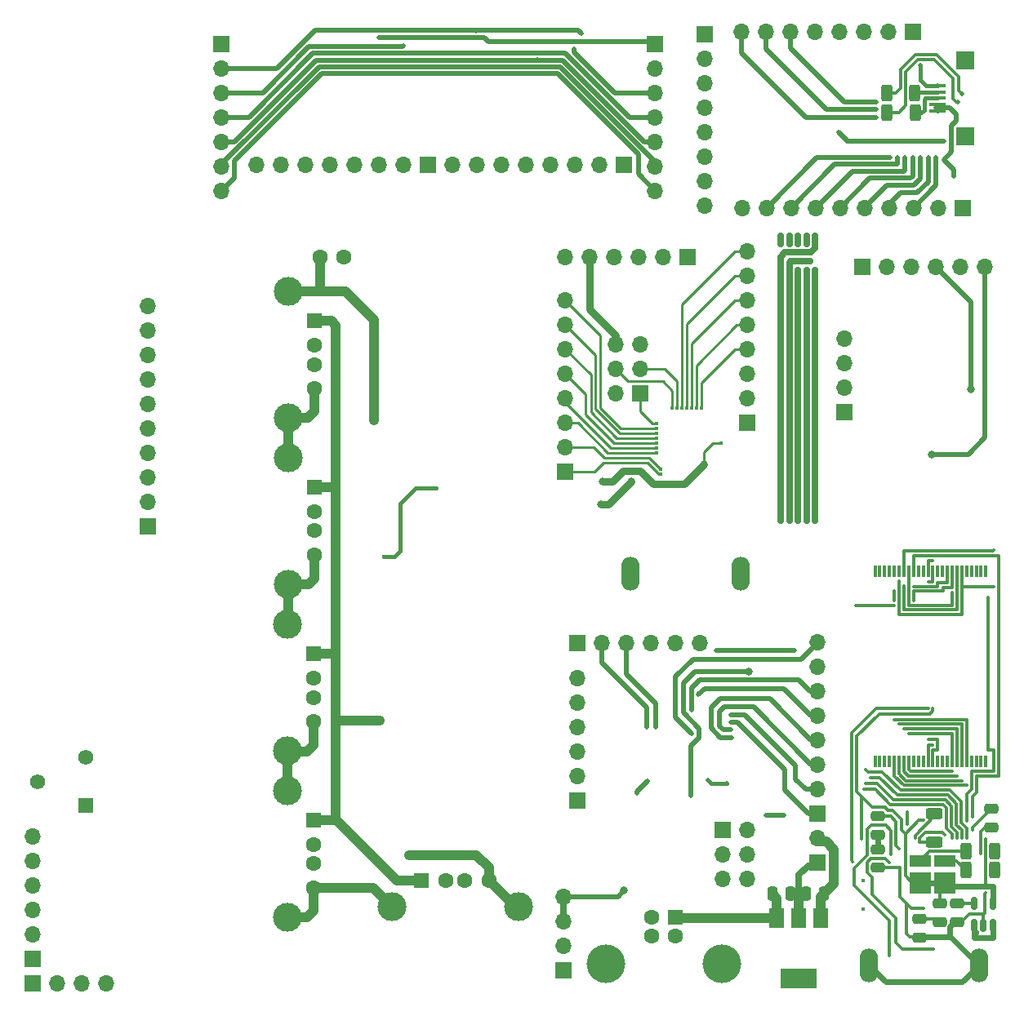
<source format=gbr>
%TF.GenerationSoftware,KiCad,Pcbnew,(6.0.5)*%
%TF.CreationDate,2023-05-31T00:43:37+03:00*%
%TF.ProjectId,JLC1,4a4c4331-2e6b-4696-9361-645f70636258,rev?*%
%TF.SameCoordinates,Original*%
%TF.FileFunction,Copper,L2,Bot*%
%TF.FilePolarity,Positive*%
%FSLAX46Y46*%
G04 Gerber Fmt 4.6, Leading zero omitted, Abs format (unit mm)*
G04 Created by KiCad (PCBNEW (6.0.5)) date 2023-05-31 00:43:37*
%MOMM*%
%LPD*%
G01*
G04 APERTURE LIST*
G04 Aperture macros list*
%AMRoundRect*
0 Rectangle with rounded corners*
0 $1 Rounding radius*
0 $2 $3 $4 $5 $6 $7 $8 $9 X,Y pos of 4 corners*
0 Add a 4 corners polygon primitive as box body*
4,1,4,$2,$3,$4,$5,$6,$7,$8,$9,$2,$3,0*
0 Add four circle primitives for the rounded corners*
1,1,$1+$1,$2,$3*
1,1,$1+$1,$4,$5*
1,1,$1+$1,$6,$7*
1,1,$1+$1,$8,$9*
0 Add four rect primitives between the rounded corners*
20,1,$1+$1,$2,$3,$4,$5,0*
20,1,$1+$1,$4,$5,$6,$7,0*
20,1,$1+$1,$6,$7,$8,$9,0*
20,1,$1+$1,$8,$9,$2,$3,0*%
G04 Aperture macros list end*
%TA.AperFunction,ComponentPad*%
%ADD10R,1.600000X1.600000*%
%TD*%
%TA.AperFunction,ComponentPad*%
%ADD11C,1.600000*%
%TD*%
%TA.AperFunction,ComponentPad*%
%ADD12C,4.000000*%
%TD*%
%TA.AperFunction,ComponentPad*%
%ADD13R,1.700000X1.700000*%
%TD*%
%TA.AperFunction,ComponentPad*%
%ADD14O,1.700000X1.700000*%
%TD*%
%TA.AperFunction,ComponentPad*%
%ADD15R,1.500000X1.600000*%
%TD*%
%TA.AperFunction,ComponentPad*%
%ADD16C,3.000000*%
%TD*%
%TA.AperFunction,ComponentPad*%
%ADD17R,1.600000X1.500000*%
%TD*%
%TA.AperFunction,ComponentPad*%
%ADD18C,0.425000*%
%TD*%
%TA.AperFunction,ComponentPad*%
%ADD19O,1.900000X3.500000*%
%TD*%
%TA.AperFunction,SMDPad,CuDef*%
%ADD20RoundRect,0.175000X0.175000X0.575000X-0.175000X0.575000X-0.175000X-0.575000X0.175000X-0.575000X0*%
%TD*%
%TA.AperFunction,SMDPad,CuDef*%
%ADD21R,2.200000X2.200000*%
%TD*%
%TA.AperFunction,SMDPad,CuDef*%
%ADD22R,2.200000X1.250000*%
%TD*%
%TA.AperFunction,SMDPad,CuDef*%
%ADD23RoundRect,0.250000X0.475000X-0.250000X0.475000X0.250000X-0.475000X0.250000X-0.475000X-0.250000X0*%
%TD*%
%TA.AperFunction,SMDPad,CuDef*%
%ADD24RoundRect,0.250000X0.312500X0.625000X-0.312500X0.625000X-0.312500X-0.625000X0.312500X-0.625000X0*%
%TD*%
%TA.AperFunction,SMDPad,CuDef*%
%ADD25RoundRect,0.150000X0.150000X-0.512500X0.150000X0.512500X-0.150000X0.512500X-0.150000X-0.512500X0*%
%TD*%
%TA.AperFunction,SMDPad,CuDef*%
%ADD26R,1.500000X2.000000*%
%TD*%
%TA.AperFunction,SMDPad,CuDef*%
%ADD27R,3.800000X2.000000*%
%TD*%
%TA.AperFunction,SMDPad,CuDef*%
%ADD28RoundRect,0.250000X-0.250000X-0.475000X0.250000X-0.475000X0.250000X0.475000X-0.250000X0.475000X0*%
%TD*%
%TA.AperFunction,SMDPad,CuDef*%
%ADD29R,0.300000X1.275000*%
%TD*%
%TA.AperFunction,SMDPad,CuDef*%
%ADD30RoundRect,0.250000X-0.312500X-0.625000X0.312500X-0.625000X0.312500X0.625000X-0.312500X0.625000X0*%
%TD*%
%TA.AperFunction,SMDPad,CuDef*%
%ADD31R,1.800000X0.400000*%
%TD*%
%TA.AperFunction,SMDPad,CuDef*%
%ADD32R,1.900000X1.900000*%
%TD*%
%TA.AperFunction,ComponentPad*%
%ADD33R,1.560000X1.560000*%
%TD*%
%TA.AperFunction,ComponentPad*%
%ADD34C,1.560000*%
%TD*%
%TA.AperFunction,SMDPad,CuDef*%
%ADD35RoundRect,0.250000X0.625000X-0.312500X0.625000X0.312500X-0.625000X0.312500X-0.625000X-0.312500X0*%
%TD*%
%TA.AperFunction,ViaPad*%
%ADD36C,0.300000*%
%TD*%
%TA.AperFunction,ViaPad*%
%ADD37C,0.400000*%
%TD*%
%TA.AperFunction,ViaPad*%
%ADD38C,0.500000*%
%TD*%
%TA.AperFunction,ViaPad*%
%ADD39C,0.600000*%
%TD*%
%TA.AperFunction,ViaPad*%
%ADD40C,0.250000*%
%TD*%
%TA.AperFunction,ViaPad*%
%ADD41C,0.800000*%
%TD*%
%TA.AperFunction,ViaPad*%
%ADD42C,0.750000*%
%TD*%
%TA.AperFunction,ViaPad*%
%ADD43C,1.000000*%
%TD*%
%TA.AperFunction,Conductor*%
%ADD44C,0.250000*%
%TD*%
%TA.AperFunction,Conductor*%
%ADD45C,0.300000*%
%TD*%
%TA.AperFunction,Conductor*%
%ADD46C,0.500000*%
%TD*%
%TA.AperFunction,Conductor*%
%ADD47C,0.750000*%
%TD*%
%TA.AperFunction,Conductor*%
%ADD48C,0.400000*%
%TD*%
%TA.AperFunction,Conductor*%
%ADD49C,0.600000*%
%TD*%
%TA.AperFunction,Conductor*%
%ADD50C,1.000000*%
%TD*%
%TA.AperFunction,Conductor*%
%ADD51C,0.700000*%
%TD*%
G04 APERTURE END LIST*
D10*
%TO.P,USB,1*%
%TO.N,N/C*%
X172314500Y-124345000D03*
D11*
%TO.P,USB,2*%
X169814500Y-124345000D03*
%TO.P,USB,3*%
X169814500Y-126345000D03*
%TO.P,USB,4*%
X172314500Y-126345000D03*
D12*
%TO.P,USB,5*%
X177064500Y-129205000D03*
X165064500Y-129205000D03*
%TD*%
D13*
%TO.P,REF\u002A\u002A,1*%
%TO.N,N/C*%
X105660000Y-128670000D03*
D14*
%TO.P,REF\u002A\u002A,2*%
X105660000Y-126130000D03*
%TO.P,REF\u002A\u002A,3*%
X105660000Y-123590000D03*
%TO.P,REF\u002A\u002A,4*%
X105660000Y-121050000D03*
%TO.P,REF\u002A\u002A,5*%
X105660000Y-118510000D03*
%TO.P,REF\u002A\u002A,6*%
X105660000Y-115970000D03*
%TD*%
D13*
%TO.P,REF\u002A\u002A,1*%
%TO.N,N/C*%
X170200000Y-33745600D03*
D14*
%TO.P,REF\u002A\u002A,2*%
X170200000Y-36285600D03*
%TO.P,REF\u002A\u002A,3*%
X170200000Y-38825600D03*
%TO.P,REF\u002A\u002A,4*%
X170200000Y-41365600D03*
%TO.P,REF\u002A\u002A,5*%
X170200000Y-43905600D03*
%TO.P,REF\u002A\u002A,6*%
X170200000Y-46445600D03*
%TO.P,REF\u002A\u002A,7*%
X170200000Y-48985600D03*
%TD*%
D13*
%TO.P,REF\u002A\u002A,1*%
%TO.N,N/C*%
X173545000Y-55845000D03*
D14*
%TO.P,REF\u002A\u002A,2*%
X171005000Y-55845000D03*
%TO.P,REF\u002A\u002A,3*%
X168465000Y-55845000D03*
%TO.P,REF\u002A\u002A,4*%
X165925000Y-55845000D03*
%TO.P,REF\u002A\u002A,5*%
X163385000Y-55845000D03*
%TO.P,REF\u002A\u002A,6*%
X160845000Y-55845000D03*
%TD*%
D13*
%TO.P,REF\u002A\u002A,1*%
%TO.N,N/C*%
X146665872Y-46332500D03*
D14*
%TO.P,REF\u002A\u002A,2*%
X144125872Y-46332500D03*
%TO.P,REF\u002A\u002A,3*%
X141585872Y-46332500D03*
%TO.P,REF\u002A\u002A,4*%
X139045872Y-46332500D03*
%TO.P,REF\u002A\u002A,5*%
X136505872Y-46332500D03*
%TO.P,REF\u002A\u002A,6*%
X133965872Y-46332500D03*
%TO.P,REF\u002A\u002A,7*%
X131425872Y-46332500D03*
%TO.P,REF\u002A\u002A,8*%
X128885872Y-46332500D03*
%TD*%
D11*
%TO.P,22pF,1*%
%TO.N,gnd*%
X135445000Y-55895000D03*
%TO.P,22pF,2*%
%TO.N,5v*%
X137945000Y-55895000D03*
%TD*%
D15*
%TO.P,USB1,1*%
%TO.N,5v*%
X134780000Y-114290000D03*
D11*
%TO.P,USB1,2*%
%TO.N,N/C*%
X134780000Y-116790000D03*
%TO.P,USB1,3*%
X134780000Y-118790000D03*
%TO.P,USB1,4*%
%TO.N,gnd*%
X134780000Y-121290000D03*
D16*
%TO.P,USB1,5*%
X132070000Y-111220000D03*
X132070000Y-124360000D03*
%TD*%
D13*
%TO.P,REF\u002A\u002A,1*%
%TO.N,N/C*%
X187014500Y-113595000D03*
D14*
%TO.P,REF\u002A\u002A,2*%
X187014500Y-111055000D03*
%TO.P,REF\u002A\u002A,3*%
X187014500Y-108515000D03*
%TO.P,REF\u002A\u002A,4*%
X187014500Y-105975000D03*
%TO.P,REF\u002A\u002A,5*%
X187014500Y-103435000D03*
%TO.P,REF\u002A\u002A,6*%
X187014500Y-100895000D03*
%TO.P,REF\u002A\u002A,7*%
X187014500Y-98355000D03*
%TO.P,REF\u002A\u002A,8*%
X187014500Y-95815000D03*
%TD*%
D13*
%TO.P,REF\u002A\u002A,1*%
%TO.N,N/C*%
X179720000Y-73060000D03*
D14*
%TO.P,REF\u002A\u002A,2*%
X179720000Y-70520000D03*
%TO.P,REF\u002A\u002A,3*%
X179720000Y-67980000D03*
%TO.P,REF\u002A\u002A,4*%
X179720000Y-65440000D03*
%TO.P,REF\u002A\u002A,5*%
X179720000Y-62900000D03*
%TO.P,REF\u002A\u002A,6*%
X179720000Y-60360000D03*
%TO.P,REF\u002A\u002A,7*%
X179720000Y-57820000D03*
%TO.P,REF\u002A\u002A,8*%
X179720000Y-55280000D03*
%TD*%
D13*
%TO.P,REF\u002A\u002A,1*%
%TO.N,N/C*%
X189795000Y-71953750D03*
D14*
%TO.P,REF\u002A\u002A,2*%
X189795000Y-69413750D03*
%TO.P,REF\u002A\u002A,3*%
X189795000Y-66873750D03*
%TO.P,REF\u002A\u002A,4*%
X189795000Y-64333750D03*
%TD*%
D13*
%TO.P,REF\u002A\u002A,1*%
%TO.N,N/C*%
X162135000Y-112276400D03*
D14*
%TO.P,REF\u002A\u002A,2*%
X162135000Y-109736400D03*
%TO.P,REF\u002A\u002A,3*%
X162135000Y-107196400D03*
%TO.P,REF\u002A\u002A,4*%
X162135000Y-104656400D03*
%TO.P,REF\u002A\u002A,5*%
X162135000Y-102116400D03*
%TO.P,REF\u002A\u002A,6*%
X162135000Y-99576400D03*
%TD*%
D13*
%TO.P,REF\u002A\u002A,1*%
%TO.N,N/C*%
X177160000Y-115264000D03*
D14*
%TO.P,REF\u002A\u002A,2*%
X179700000Y-115264000D03*
%TO.P,REF\u002A\u002A,3*%
X177160000Y-117804000D03*
%TO.P,REF\u002A\u002A,4*%
X179700000Y-117804000D03*
%TO.P,REF\u002A\u002A,5*%
X177160000Y-120344000D03*
%TO.P,REF\u002A\u002A,6*%
X179700000Y-120344000D03*
%TD*%
D13*
%TO.P,REF\u002A\u002A,1*%
%TO.N,N/C*%
X105640000Y-131240000D03*
D14*
%TO.P,REF\u002A\u002A,2*%
X108180000Y-131240000D03*
%TO.P,REF\u002A\u002A,3*%
X110720000Y-131240000D03*
%TO.P,REF\u002A\u002A,4*%
X113260000Y-131240000D03*
%TD*%
D15*
%TO.P,USB2,1*%
%TO.N,5v*%
X134805000Y-97040000D03*
D11*
%TO.P,USB2,2*%
%TO.N,N/C*%
X134805000Y-99540000D03*
%TO.P,USB2,3*%
X134805000Y-101540000D03*
%TO.P,USB2,4*%
%TO.N,gnd*%
X134805000Y-104040000D03*
D16*
%TO.P,USB2,5*%
X132095000Y-93970000D03*
X132095000Y-107110000D03*
%TD*%
D13*
%TO.P,REF\u002A\u002A,1*%
%TO.N,N/C*%
X166965872Y-46332500D03*
D14*
%TO.P,REF\u002A\u002A,2*%
X164425872Y-46332500D03*
%TO.P,REF\u002A\u002A,3*%
X161885872Y-46332500D03*
%TO.P,REF\u002A\u002A,4*%
X159345872Y-46332500D03*
%TO.P,REF\u002A\u002A,5*%
X156805872Y-46332500D03*
%TO.P,REF\u002A\u002A,6*%
X154265872Y-46332500D03*
%TO.P,REF\u002A\u002A,7*%
X151725872Y-46332500D03*
%TO.P,REF\u002A\u002A,8*%
X149185872Y-46332500D03*
%TD*%
D13*
%TO.P,REF\u002A\u002A,1*%
%TO.N,N/C*%
X162089500Y-95870000D03*
D14*
%TO.P,REF\u002A\u002A,2*%
X164629500Y-95870000D03*
%TO.P,REF\u002A\u002A,3*%
X167169500Y-95870000D03*
%TO.P,REF\u002A\u002A,4*%
X169709500Y-95870000D03*
%TO.P,REF\u002A\u002A,5*%
X172249500Y-95870000D03*
%TO.P,REF\u002A\u002A,6*%
X174789500Y-95870000D03*
%TD*%
D17*
%TO.P,USB_0,1*%
%TO.N,5v*%
X145970000Y-120560000D03*
D11*
%TO.P,USB_0,2*%
%TO.N,N/C*%
X148470000Y-120560000D03*
%TO.P,USB_0,3*%
X150470000Y-120560000D03*
%TO.P,USB_0,4*%
%TO.N,gnd*%
X152970000Y-120560000D03*
D16*
%TO.P,USB_0,5*%
X142900000Y-123270000D03*
X156040000Y-123270000D03*
%TD*%
D18*
%TO.P,SW1,MH1*%
%TO.N,N/C*%
X191735000Y-120525000D03*
%TO.P,SW1,MH2*%
X191735000Y-123525000D03*
%TD*%
D13*
%TO.P,REF\u002A\u002A,1*%
%TO.N,N/C*%
X160870000Y-78145000D03*
D14*
%TO.P,REF\u002A\u002A,2*%
X160870000Y-75605000D03*
%TO.P,REF\u002A\u002A,3*%
X160870000Y-73065000D03*
%TO.P,REF\u002A\u002A,4*%
X160870000Y-70525000D03*
%TO.P,REF\u002A\u002A,5*%
X160870000Y-67985000D03*
%TO.P,REF\u002A\u002A,6*%
X160870000Y-65445000D03*
%TO.P,REF\u002A\u002A,7*%
X160870000Y-62905000D03*
%TO.P,REF\u002A\u002A,8*%
X160870000Y-60365000D03*
%TD*%
D13*
%TO.P,REF\u002A\u002A,1*%
%TO.N,N/C*%
X125220000Y-33732500D03*
D14*
%TO.P,REF\u002A\u002A,2*%
X125220000Y-36272500D03*
%TO.P,REF\u002A\u002A,3*%
X125220000Y-38812500D03*
%TO.P,REF\u002A\u002A,4*%
X125220000Y-41352500D03*
%TO.P,REF\u002A\u002A,5*%
X125220000Y-43892500D03*
%TO.P,REF\u002A\u002A,6*%
X125220000Y-46432500D03*
%TO.P,REF\u002A\u002A,7*%
X125220000Y-48972500D03*
%TD*%
D13*
%TO.P,REF\u002A\u002A,1*%
%TO.N,N/C*%
X160664500Y-129830000D03*
D14*
%TO.P,REF\u002A\u002A,2*%
X160664500Y-127290000D03*
%TO.P,REF\u002A\u002A,3*%
X160664500Y-124750000D03*
%TO.P,REF\u002A\u002A,4*%
X160664500Y-122210000D03*
%TD*%
D13*
%TO.P,-BAT+,1*%
%TO.N,N/C*%
X187014500Y-118695000D03*
D14*
%TO.P,-BAT+,2*%
X187014500Y-116155000D03*
%TD*%
D13*
%TO.P,REF\u002A\u002A,1*%
%TO.N,N/C*%
X202070000Y-50745000D03*
D14*
%TO.P,REF\u002A\u002A,2*%
X199530000Y-50745000D03*
%TO.P,REF\u002A\u002A,3*%
X196990000Y-50745000D03*
%TO.P,REF\u002A\u002A,4*%
X194450000Y-50745000D03*
%TO.P,REF\u002A\u002A,5*%
X191910000Y-50745000D03*
%TO.P,REF\u002A\u002A,6*%
X189370000Y-50745000D03*
%TO.P,REF\u002A\u002A,7*%
X186830000Y-50745000D03*
%TO.P,REF\u002A\u002A,8*%
X184290000Y-50745000D03*
%TO.P,REF\u002A\u002A,9*%
X181750000Y-50745000D03*
%TO.P,REF\u002A\u002A,10*%
%TO.N,gnd*%
X179210000Y-50745000D03*
%TD*%
D19*
%TO.P,J1,5,Shield*%
%TO.N,N/C*%
X192335000Y-129325000D03*
X203735000Y-129325000D03*
%TD*%
%TO.P,USB_0,5*%
%TO.N,N/C*%
X179020000Y-88688750D03*
X167620000Y-88688750D03*
%TD*%
D13*
%TO.P,REF\u002A\u002A,1*%
%TO.N,N/C*%
X191680000Y-56876250D03*
D14*
%TO.P,REF\u002A\u002A,2*%
X194220000Y-56876250D03*
%TO.P,REF\u002A\u002A,3*%
X196760000Y-56876250D03*
%TO.P,REF\u002A\u002A,4*%
X199300000Y-56876250D03*
%TO.P,REF\u002A\u002A,5*%
%TO.N,gnd*%
X201840000Y-56876250D03*
%TO.P,REF\u002A\u002A,6*%
X204380000Y-56876250D03*
%TD*%
D13*
%TO.P,REF\u002A\u002A,1*%
%TO.N,5v*%
X175345000Y-32720000D03*
D14*
%TO.P,REF\u002A\u002A,2*%
X175345000Y-35260000D03*
%TO.P,REF\u002A\u002A,3*%
X175345000Y-37800000D03*
%TO.P,REF\u002A\u002A,4*%
%TO.N,N/C*%
X175345000Y-40340000D03*
%TO.P,REF\u002A\u002A,5*%
X175345000Y-42880000D03*
%TO.P,REF\u002A\u002A,6*%
X175345000Y-45420000D03*
%TO.P,REF\u002A\u002A,7*%
X175345000Y-47960000D03*
%TO.P,REF\u002A\u002A,8*%
%TO.N,gnd*%
X175345000Y-50500000D03*
%TD*%
D15*
%TO.P,USB3,1*%
%TO.N,5v*%
X134830000Y-79745000D03*
D11*
%TO.P,USB3,2*%
%TO.N,N/C*%
X134830000Y-82245000D03*
%TO.P,USB3,3*%
X134830000Y-84245000D03*
%TO.P,USB3,4*%
%TO.N,gnd*%
X134830000Y-86745000D03*
D16*
%TO.P,USB3,5*%
X132120000Y-89815000D03*
X132120000Y-76675000D03*
%TD*%
D13*
%TO.P,REF\u002A\u002A,1*%
%TO.N,N/C*%
X168620000Y-70020000D03*
D14*
%TO.P,REF\u002A\u002A,2*%
X166080000Y-70020000D03*
%TO.P,REF\u002A\u002A,3*%
X168620000Y-67480000D03*
%TO.P,REF\u002A\u002A,4*%
X166080000Y-67480000D03*
%TO.P,REF\u002A\u002A,5*%
X168620000Y-64940000D03*
%TO.P,REF\u002A\u002A,6*%
X166080000Y-64940000D03*
%TD*%
D13*
%TO.P,REF\u002A\u002A,1*%
%TO.N,N/C*%
X196885000Y-32520000D03*
D14*
%TO.P,REF\u002A\u002A,2*%
X194345000Y-32520000D03*
%TO.P,REF\u002A\u002A,3*%
X191805000Y-32520000D03*
%TO.P,REF\u002A\u002A,4*%
X189265000Y-32520000D03*
%TO.P,REF\u002A\u002A,5*%
X186725000Y-32520000D03*
%TO.P,REF\u002A\u002A,6*%
X184185000Y-32520000D03*
%TO.P,REF\u002A\u002A,7*%
X181645000Y-32520000D03*
%TO.P,REF\u002A\u002A,8*%
X179105000Y-32520000D03*
%TD*%
D15*
%TO.P,USB4,1*%
%TO.N,5v*%
X134855000Y-62495000D03*
D11*
%TO.P,USB4,2*%
%TO.N,N/C*%
X134855000Y-64995000D03*
%TO.P,USB4,3*%
X134855000Y-66995000D03*
%TO.P,USB4,4*%
%TO.N,gnd*%
X134855000Y-69495000D03*
D16*
%TO.P,USB4,5*%
X132145000Y-59425000D03*
X132145000Y-72565000D03*
%TD*%
D20*
%TO.P,,1*%
%TO.N,N/C*%
X184995000Y-54070000D03*
%TD*%
%TO.P,,1*%
%TO.N,N/C*%
X186795000Y-82745000D03*
%TD*%
D21*
%TO.P,D2,1,K*%
%TO.N,N/C*%
X197645000Y-120765000D03*
D22*
%TO.P,D2,2,A*%
X197645000Y-118490000D03*
%TD*%
D23*
%TO.P,C12,1*%
%TO.N,N/C*%
X199670000Y-124855000D03*
%TO.P,C12,2*%
X199670000Y-122955000D03*
%TD*%
D20*
%TO.P,,1*%
%TO.N,N/C*%
X184095000Y-82745000D03*
%TD*%
D23*
%TO.P,C10,1*%
%TO.N,N/C*%
X193315000Y-119215000D03*
%TO.P,C10,2*%
X193315000Y-117315000D03*
%TD*%
D24*
%TO.P,R1,1*%
%TO.N,N/C*%
X205347500Y-117500000D03*
%TO.P,R1,2*%
X202422500Y-117500000D03*
%TD*%
D20*
%TO.P,,1*%
%TO.N,N/C*%
X183195000Y-82745000D03*
%TD*%
D25*
%TO.P,U1,1,VIN*%
%TO.N,N/C*%
X205185000Y-125175000D03*
%TO.P,U1,2,GND*%
X204235000Y-125175000D03*
%TO.P,U1,3,INH*%
X203285000Y-125175000D03*
%TO.P,U1,4,BYP*%
X203285000Y-122900000D03*
%TO.P,U1,5,VOUT*%
X205185000Y-122900000D03*
%TD*%
D23*
%TO.P,C3,1*%
%TO.N,N/C*%
X197632500Y-126437500D03*
%TO.P,C3,2*%
X197632500Y-124537500D03*
%TD*%
D26*
%TO.P,78L05,1*%
%TO.N,N/C*%
X182789500Y-124405000D03*
%TO.P,78L05,2*%
X185089500Y-124405000D03*
%TO.P,78L05,3*%
X187389500Y-124405000D03*
D27*
%TO.P,78L05,4*%
X185089500Y-130705000D03*
%TD*%
D28*
%TO.P,100uF,1*%
%TO.N,N/C*%
X185814500Y-121905000D03*
%TO.P,100uF,2*%
X187714500Y-121905000D03*
%TD*%
D29*
%TO.P,m2,1,N.C_1*%
%TO.N,N/C*%
X192985000Y-88475000D03*
%TO.P,m2,2,N.C_2*%
X193485000Y-88475000D03*
%TO.P,m2,3,N.C_3*%
X193985000Y-88475000D03*
%TO.P,m2,4,N.C_4*%
X194485000Y-88475000D03*
%TO.P,m2,5,N.C_5*%
X194985000Y-88475000D03*
%TO.P,m2,6,N.C_6*%
X195485000Y-88475000D03*
%TO.P,m2,7,R/~{B}*%
X195985000Y-88475000D03*
%TO.P,m2,8,~{RE}*%
X196485000Y-88475000D03*
%TO.P,m2,9,~{CE}*%
X196985000Y-88475000D03*
%TO.P,m2,10,N.C_7*%
X197485000Y-88475000D03*
%TO.P,m2,11,N.C_8*%
X197985000Y-88475000D03*
%TO.P,m2,12,VCC_1*%
X198485000Y-88475000D03*
%TO.P,m2,13,VSS_1*%
X198985000Y-88475000D03*
%TO.P,m2,14,N.C_9*%
X199485000Y-88475000D03*
%TO.P,m2,15,N.C_10*%
X199985000Y-88475000D03*
%TO.P,m2,16,CLE*%
X200485000Y-88475000D03*
%TO.P,m2,17,ALE*%
X200985000Y-88475000D03*
%TO.P,m2,18,~{WE}*%
X201485000Y-88475000D03*
%TO.P,m2,19,~{WP}*%
X201985000Y-88475000D03*
%TO.P,m2,20,N.C_11*%
X202485000Y-88475000D03*
%TO.P,m2,21,N.C_12*%
X202985000Y-88475000D03*
%TO.P,m2,22,N.C_13*%
X203485000Y-88475000D03*
%TO.P,m2,23,N.C_14*%
X203985000Y-88475000D03*
%TO.P,m2,24,N.C_15*%
X204485000Y-88475000D03*
%TO.P,m2,25,N.C_16*%
X204485000Y-108151000D03*
%TO.P,m2,26,N.C_17*%
X203985000Y-108151000D03*
%TO.P,m2,27,N.C_18*%
X203485000Y-108151000D03*
%TO.P,m2,28,N.C_19*%
X202985000Y-108151000D03*
%TO.P,m2,29,I/O0*%
X202485000Y-108151000D03*
%TO.P,m2,30,I/O1*%
X201985000Y-108151000D03*
%TO.P,m2,31,I/O2*%
X201485000Y-108151000D03*
%TO.P,m2,32,I/O3*%
X200985000Y-108151000D03*
%TO.P,m2,33,N.C_20*%
X200485000Y-108151000D03*
%TO.P,m2,34,N.C_21*%
X199985000Y-108151000D03*
%TO.P,m2,35,N.C_22*%
X199485000Y-108151000D03*
%TO.P,m2,36,VSS_2*%
X198985000Y-108151000D03*
%TO.P,m2,37,VCC_2*%
X198485000Y-108151000D03*
%TO.P,m2,38,N.C_23*%
X197985000Y-108151000D03*
%TO.P,m2,39,N.C_24*%
X197485000Y-108151000D03*
%TO.P,m2,40,N.C_25*%
X196985000Y-108151000D03*
%TO.P,m2,41,I/O4*%
X196485000Y-108151000D03*
%TO.P,m2,42,I/O5*%
X195985000Y-108151000D03*
%TO.P,m2,43,I/O6*%
X195485000Y-108151000D03*
%TO.P,m2,44,I/O7*%
X194985000Y-108151000D03*
%TO.P,m2,45,N.C_26*%
X194485000Y-108151000D03*
%TO.P,m2,46,N.C_27*%
X193985000Y-108151000D03*
%TO.P,m2,47,N.C_28*%
X193485000Y-108151000D03*
%TO.P,m2,48,N.C_29*%
X192985000Y-108151000D03*
%TD*%
D28*
%TO.P,100uF,1*%
%TO.N,N/C*%
X182314500Y-121905000D03*
%TO.P,100uF,2*%
X184214500Y-121905000D03*
%TD*%
D20*
%TO.P,,1*%
%TO.N,N/C*%
X184995000Y-82745000D03*
%TD*%
D30*
%TO.P,22R,1*%
%TO.N,N/C*%
X194207500Y-40870000D03*
%TO.P,22R,2*%
X197132500Y-40870000D03*
%TD*%
D24*
%TO.P,R2,1*%
%TO.N,N/C*%
X205347500Y-119475000D03*
%TO.P,R2,2*%
X202422500Y-119475000D03*
%TD*%
D20*
%TO.P,,1*%
%TO.N,N/C*%
X185895000Y-82745000D03*
%TD*%
D31*
%TO.P,REF\u002A\u002A,1*%
%TO.N,5v*%
X199470000Y-38070000D03*
%TO.P,REF\u002A\u002A,2*%
%TO.N,N/C*%
X199470000Y-38720000D03*
%TO.P,REF\u002A\u002A,3*%
X199470000Y-39370000D03*
%TO.P,REF\u002A\u002A,4*%
%TO.N,gnd*%
X199470000Y-40020000D03*
%TO.P,REF\u002A\u002A,5*%
X199470000Y-40670000D03*
D32*
%TO.P,REF\u002A\u002A,6*%
%TO.N,N/C*%
X202370000Y-35420000D03*
X202370000Y-43320000D03*
%TD*%
D13*
%TO.P,REF\u002A\u002A,1*%
%TO.N,gnd*%
X117620000Y-83770000D03*
D14*
%TO.P,REF\u002A\u002A,2*%
%TO.N,5v*%
X117620000Y-81230000D03*
%TO.P,REF\u002A\u002A,3*%
%TO.N,N/C*%
X117620000Y-78690000D03*
%TO.P,REF\u002A\u002A,4*%
X117620000Y-76150000D03*
%TO.P,REF\u002A\u002A,5*%
X117620000Y-73610000D03*
%TO.P,REF\u002A\u002A,6*%
X117620000Y-71070000D03*
%TO.P,REF\u002A\u002A,7*%
X117620000Y-68530000D03*
%TO.P,REF\u002A\u002A,8*%
X117620000Y-65990000D03*
%TO.P,REF\u002A\u002A,9*%
X117620000Y-63450000D03*
%TO.P,REF\u002A\u002A,10*%
X117620000Y-60910000D03*
%TD*%
D23*
%TO.P,C9,1*%
%TO.N,N/C*%
X193315000Y-115765000D03*
%TO.P,C9,2*%
X193315000Y-113865000D03*
%TD*%
D20*
%TO.P,,1*%
%TO.N,N/C*%
X183195000Y-54070000D03*
%TD*%
%TO.P,,1*%
%TO.N,N/C*%
X186795000Y-54070000D03*
%TD*%
D23*
%TO.P,C14,1*%
%TO.N,N/C*%
X205025000Y-115025000D03*
%TO.P,C14,2*%
X205025000Y-113125000D03*
%TD*%
D33*
%TO.P,1K,1*%
%TO.N,N/C*%
X111185000Y-112770000D03*
D34*
%TO.P,1K,2*%
X106185000Y-110270000D03*
%TO.P,1K,3*%
%TO.N,5v*%
X111185000Y-107770000D03*
%TD*%
D20*
%TO.P,,1*%
%TO.N,N/C*%
X185895000Y-54070000D03*
%TD*%
D23*
%TO.P,C11,1*%
%TO.N,N/C*%
X201462500Y-124857500D03*
%TO.P,C11,2*%
X201462500Y-122957500D03*
%TD*%
D30*
%TO.P,22R,1*%
%TO.N,N/C*%
X194182500Y-38870000D03*
%TO.P,22R,2*%
X197107500Y-38870000D03*
%TD*%
D35*
%TO.P,R4,1*%
%TO.N,N/C*%
X199105000Y-116547500D03*
%TO.P,R4,2*%
X199105000Y-113622500D03*
%TD*%
D20*
%TO.P,,1*%
%TO.N,N/C*%
X184095000Y-54070000D03*
%TD*%
D21*
%TO.P,D1,1,K*%
%TO.N,N/C*%
X200260000Y-120775000D03*
D22*
%TO.P,D1,2,A*%
X200260000Y-118500000D03*
%TD*%
D36*
%TO.N,*%
X205285000Y-90025000D03*
D37*
X170295000Y-76145683D03*
D36*
X202535000Y-116175000D03*
X195485000Y-104325000D03*
X192485000Y-109845000D03*
D37*
X170745000Y-78395000D03*
D36*
X204365000Y-123385000D03*
D38*
X195320000Y-45520000D03*
D36*
X203135000Y-113975000D03*
X199045000Y-127625000D03*
D38*
X201970000Y-38945000D03*
X145325000Y-34720600D03*
X198495000Y-45520000D03*
X173939500Y-102845000D03*
X193070000Y-40545000D03*
D36*
X202485000Y-110675000D03*
D39*
X186820000Y-81395000D03*
D38*
X173914500Y-111770000D03*
D39*
X183195000Y-76770000D03*
X186795000Y-57245000D03*
X186220000Y-56320000D03*
D37*
X173970000Y-71545000D03*
X172470000Y-71545000D03*
D38*
X144100000Y-33895600D03*
D37*
X170292888Y-74645000D03*
D40*
X195455000Y-117215000D03*
D36*
X197985000Y-123425000D03*
D41*
X166935000Y-121589000D03*
D38*
X146600000Y-35420600D03*
D36*
X204475000Y-121805000D03*
X197135000Y-116185000D03*
D37*
X171970000Y-71545000D03*
D38*
X176529500Y-96655000D03*
D36*
X195985000Y-89975000D03*
X196355000Y-114713000D03*
X205485000Y-118095000D03*
D38*
X157932500Y-35378100D03*
D36*
X192005000Y-110475000D03*
D41*
X185089500Y-122055000D03*
D36*
X191585000Y-116235000D03*
X195985000Y-104825000D03*
D37*
X185745000Y-75645000D03*
D41*
X202920000Y-69551250D03*
D36*
X201985000Y-110175000D03*
X200985000Y-116175000D03*
X195485000Y-89475000D03*
X191985000Y-109025000D03*
X194985000Y-91475000D03*
X203095000Y-115305000D03*
D38*
X160050000Y-36820600D03*
X201545000Y-39745000D03*
X193070000Y-39770000D03*
X199295000Y-45520000D03*
X178064500Y-104120000D03*
D37*
X172970000Y-71545000D03*
D36*
X205485000Y-118825000D03*
D38*
X178064500Y-104920000D03*
D36*
X194665000Y-117865000D03*
D38*
X181639500Y-113805000D03*
D36*
X202473000Y-114363000D03*
X200985000Y-109175000D03*
D41*
X164783750Y-79143750D03*
D36*
X194635000Y-113875000D03*
D37*
X170292888Y-74145000D03*
D36*
X196285000Y-113425000D03*
D39*
X184995000Y-68720000D03*
D36*
X198985000Y-106475000D03*
D39*
X184070000Y-63145000D03*
D37*
X174470000Y-71545000D03*
D36*
X200245000Y-115815000D03*
D38*
X141550000Y-33120600D03*
D37*
X174970000Y-71545000D03*
D36*
X198485000Y-102665000D03*
X197985000Y-114305000D03*
D39*
X183170000Y-71445000D03*
D38*
X178064500Y-103320000D03*
D36*
X201485000Y-116175000D03*
X196985000Y-91475000D03*
D38*
X147900000Y-36120600D03*
D39*
X185895000Y-57220000D03*
D36*
X190685000Y-118575000D03*
D39*
X183170000Y-65945000D03*
D36*
X194985000Y-103825000D03*
X196985000Y-90025000D03*
D38*
X149150000Y-36820600D03*
X184664500Y-96655000D03*
X169389500Y-110245000D03*
D41*
X164570000Y-81480000D03*
D36*
X197635000Y-116535000D03*
D38*
X183514500Y-113805000D03*
D41*
X179864500Y-98870000D03*
D36*
X198985000Y-87375000D03*
D38*
X152850000Y-33470600D03*
D36*
X204685000Y-91125000D03*
D41*
X167733750Y-79118750D03*
D39*
X183170000Y-60470000D03*
D41*
X141645000Y-103945000D03*
D36*
X198985000Y-102675000D03*
D38*
X168335000Y-111514000D03*
D37*
X170292888Y-75145000D03*
D38*
X156650000Y-34720600D03*
X170239500Y-104595000D03*
D36*
X198485000Y-105925000D03*
D38*
X174689500Y-101245000D03*
D36*
X190985000Y-91975000D03*
D38*
X178089500Y-105720000D03*
D37*
X147495000Y-79845000D03*
D39*
X184995000Y-57195000D03*
D38*
X197720000Y-45520000D03*
X196895000Y-45520000D03*
D37*
X170292888Y-73645000D03*
X170770000Y-77895000D03*
D38*
X161750000Y-34245600D03*
X159225000Y-36120600D03*
X162575000Y-32695600D03*
D36*
X203925000Y-117713000D03*
D37*
X177020000Y-75145000D03*
D36*
X201485000Y-109675000D03*
D37*
X170292888Y-75670000D03*
D40*
X204455000Y-116215000D03*
D36*
X194985000Y-90475000D03*
X196485000Y-91975000D03*
D37*
X170292888Y-73145000D03*
X142070000Y-86895000D03*
D40*
X196125000Y-117715000D03*
D39*
X203485000Y-125950000D03*
D36*
X194495000Y-128365000D03*
D38*
X194520000Y-45545000D03*
X177589500Y-110495000D03*
X173964500Y-105295000D03*
D36*
X201985000Y-116175000D03*
X198485000Y-89525000D03*
X191855000Y-111085000D03*
X196485000Y-105325000D03*
X194975000Y-91975000D03*
X205285000Y-86225000D03*
D42*
X175220000Y-77345000D03*
D38*
X169314500Y-104595000D03*
D36*
X194495000Y-118705000D03*
X200985000Y-90625000D03*
D38*
X151650000Y-32370600D03*
X193070000Y-41370000D03*
X196095000Y-45520000D03*
D37*
X173470000Y-71545000D03*
D38*
X175664500Y-110145000D03*
D36*
X195560000Y-119213000D03*
D38*
%TO.N,gnd*%
X201120000Y-47495000D03*
X189220000Y-42920000D03*
X200095000Y-45770000D03*
D43*
X144645000Y-117895000D03*
D41*
X141045000Y-72782500D03*
X198895000Y-76326250D03*
X199470000Y-40345000D03*
D38*
X200095000Y-43870000D03*
%TO.N,5v*%
X197695000Y-35995000D03*
X199495000Y-38070000D03*
%TD*%
D44*
%TO.N,*%
X165620000Y-75645000D02*
X160870000Y-70895000D01*
D45*
X200910000Y-114970000D02*
X201485000Y-115545000D01*
D46*
X156650000Y-34720600D02*
X145325000Y-34720600D01*
D45*
X204455000Y-116215000D02*
X204435000Y-116235000D01*
X192555000Y-118255000D02*
X192165000Y-118645000D01*
X191855000Y-111085000D02*
X192995000Y-111085000D01*
X196665000Y-109175000D02*
X200985000Y-109175000D01*
X202422500Y-117500000D02*
X198635000Y-117500000D01*
X201985000Y-104325000D02*
X201985000Y-108151000D01*
D46*
X169314500Y-102595000D02*
X164639500Y-97920000D01*
D47*
X164783750Y-79143750D02*
X165731250Y-79143750D01*
D45*
X203095000Y-115305000D02*
X203095000Y-115055000D01*
D46*
X193070000Y-40545000D02*
X187945000Y-40545000D01*
D45*
X204475000Y-121805000D02*
X204365000Y-121915000D01*
D46*
X176889500Y-102995000D02*
X177364500Y-102520000D01*
D45*
X203135000Y-113975000D02*
X203135000Y-111785000D01*
D46*
X169314500Y-104595000D02*
X169314500Y-102595000D01*
X172314500Y-103645000D02*
X172314500Y-99420000D01*
X182059500Y-101670000D02*
X186364500Y-105975000D01*
X195270000Y-46245000D02*
X188790000Y-46245000D01*
D45*
X193720000Y-109260000D02*
X195635000Y-111175000D01*
X192565000Y-114825000D02*
X192155000Y-115235000D01*
X196125000Y-115705000D02*
X196125000Y-117715000D01*
X195285000Y-111675000D02*
X200535000Y-111675000D01*
X194905000Y-112175000D02*
X200285000Y-112175000D01*
D47*
X166820000Y-78055000D02*
X168670000Y-78055000D01*
D44*
X172970000Y-71545000D02*
X172970000Y-60795000D01*
D48*
X175664500Y-110145000D02*
X176014500Y-110495000D01*
D49*
X204250000Y-121100000D02*
X200585000Y-121100000D01*
D46*
X160050000Y-36820600D02*
X149150000Y-36820600D01*
D45*
X195485000Y-104325000D02*
X201985000Y-104325000D01*
D44*
X176170000Y-75145000D02*
X175220000Y-76095000D01*
X170595000Y-78395000D02*
X169420000Y-77220000D01*
D46*
X174739500Y-105745000D02*
X173914500Y-106570000D01*
D44*
X168630000Y-67470000D02*
X168620000Y-67480000D01*
D46*
X185349500Y-97570000D02*
X187014500Y-95905000D01*
X151675000Y-32345600D02*
X162225000Y-32345600D01*
D45*
X201445000Y-39745000D02*
X201545000Y-39745000D01*
X196485000Y-108151000D02*
X196485000Y-108995000D01*
D46*
X184764500Y-108620000D02*
X184764500Y-110020000D01*
D45*
X204685000Y-91125000D02*
X204735000Y-91175000D01*
D50*
X187389500Y-122230000D02*
X187714500Y-121905000D01*
D51*
X185089500Y-122055000D02*
X185089500Y-119955000D01*
D46*
X183664500Y-111145000D02*
X186114500Y-113595000D01*
D45*
X192675000Y-121945000D02*
X195135000Y-124405000D01*
X199710000Y-122625000D02*
X199710000Y-121325000D01*
D46*
X129510000Y-38810600D02*
X125225000Y-38810600D01*
D45*
X199485000Y-106225000D02*
X199485000Y-105925000D01*
X196232500Y-122922500D02*
X196232500Y-126047500D01*
D48*
X198220000Y-39370000D02*
X198070000Y-39520000D01*
D46*
X188790000Y-46245000D02*
X184290000Y-50745000D01*
D50*
X187714500Y-121905000D02*
X188739500Y-120880000D01*
D45*
X195745000Y-114165000D02*
X195745000Y-115325000D01*
X194985000Y-109695000D02*
X194985000Y-108151000D01*
X195485000Y-92975000D02*
X195485000Y-89475000D01*
X196245000Y-120165000D02*
X196125000Y-120045000D01*
X192165000Y-118645000D02*
X192165000Y-119705000D01*
X200985000Y-91975000D02*
X196485000Y-91975000D01*
X194182500Y-38870000D02*
X195170000Y-38870000D01*
D46*
X168450000Y-47235600D02*
X168450000Y-45220600D01*
D45*
X196285000Y-114643000D02*
X196285000Y-113425000D01*
D46*
X179464500Y-103320000D02*
X184764500Y-108620000D01*
D45*
X198635000Y-117500000D02*
X197645000Y-118490000D01*
X198985000Y-108151000D02*
X198985000Y-106975000D01*
X201947500Y-112362500D02*
X201947500Y-114567500D01*
D46*
X180369500Y-102520000D02*
X186364500Y-108515000D01*
D51*
X183620000Y-55395000D02*
X186370000Y-55395000D01*
D46*
X173939500Y-102845000D02*
X173939500Y-100570000D01*
D44*
X171970000Y-71545000D02*
X171970000Y-69745000D01*
D46*
X185799500Y-111055000D02*
X187014500Y-111055000D01*
D51*
X160664500Y-124750000D02*
X160664500Y-122210000D01*
D49*
X197985000Y-126425000D02*
X199660000Y-126425000D01*
D45*
X196125000Y-117715000D02*
X196125000Y-118725000D01*
D46*
X126575000Y-47620600D02*
X125225000Y-48970600D01*
D44*
X170292888Y-73145000D02*
X169870000Y-73145000D01*
D45*
X195985000Y-86325000D02*
X195985000Y-88475000D01*
D46*
X181639500Y-113805000D02*
X183439500Y-113805000D01*
D45*
X204435000Y-120915000D02*
X204250000Y-121100000D01*
D49*
X193315000Y-115765000D02*
X193315000Y-117315000D01*
D45*
X200372500Y-113012500D02*
X200372500Y-115142500D01*
X202785000Y-124050000D02*
X202185000Y-124650000D01*
D46*
X199295000Y-48440000D02*
X196990000Y-50745000D01*
D45*
X201985000Y-92975000D02*
X195485000Y-92975000D01*
D44*
X163920000Y-78145000D02*
X160870000Y-78145000D01*
D45*
X194665000Y-117865000D02*
X194665000Y-115375000D01*
D46*
X187945000Y-40545000D02*
X181645000Y-34245000D01*
D45*
X192220000Y-109260000D02*
X193720000Y-109260000D01*
D46*
X177364500Y-102520000D02*
X180369500Y-102520000D01*
X125225000Y-46245600D02*
X125225000Y-46430600D01*
D47*
X168670000Y-78055000D02*
X169995000Y-79380000D01*
D46*
X175989500Y-104745000D02*
X175989500Y-102620000D01*
D45*
X202185000Y-124650000D02*
X201435000Y-124650000D01*
X195170000Y-38870000D02*
X195670000Y-38370000D01*
X199485000Y-89625000D02*
X199485000Y-90025000D01*
D46*
X184185000Y-34185000D02*
X184185000Y-32520000D01*
D49*
X200835000Y-126425000D02*
X203735000Y-129325000D01*
D44*
X174970000Y-71545000D02*
X174970000Y-68920000D01*
X163995000Y-71645000D02*
X163995000Y-66030000D01*
D45*
X190805000Y-119245000D02*
X190805000Y-121015000D01*
D46*
X181645000Y-34245000D02*
X181645000Y-32520000D01*
D45*
X205785000Y-86875000D02*
X196985000Y-86875000D01*
X192675000Y-120215000D02*
X192675000Y-121945000D01*
D47*
X169995000Y-79380000D02*
X173185000Y-79380000D01*
D46*
X192445000Y-47670000D02*
X189370000Y-50745000D01*
D45*
X195560000Y-122250000D02*
X196735000Y-123425000D01*
X197195000Y-34870000D02*
X199370000Y-34870000D01*
X194207500Y-40870000D02*
X195445000Y-40870000D01*
X195670000Y-38370000D02*
X195670000Y-36395000D01*
D46*
X149150000Y-36820600D02*
X135650000Y-36820600D01*
D45*
X192725000Y-112945000D02*
X194025000Y-112945000D01*
D46*
X174739500Y-104770000D02*
X174739500Y-105745000D01*
X179864500Y-98870000D02*
X174314500Y-98870000D01*
X128095000Y-41350600D02*
X125225000Y-41350600D01*
D48*
X199470000Y-39370000D02*
X198220000Y-39370000D01*
D45*
X204365000Y-123385000D02*
X204365000Y-123920000D01*
X194495000Y-118705000D02*
X194045000Y-118255000D01*
D46*
X126575000Y-45895600D02*
X126575000Y-47620600D01*
D44*
X164470000Y-63965000D02*
X160870000Y-60365000D01*
D46*
X151650000Y-32370600D02*
X151625000Y-32345600D01*
D45*
X195965000Y-110675000D02*
X194985000Y-109695000D01*
D46*
X160875000Y-34720600D02*
X156650000Y-34720600D01*
D45*
X195135000Y-126945000D02*
X195815000Y-127625000D01*
D47*
X166080000Y-63980000D02*
X163385000Y-61285000D01*
D45*
X204435000Y-116235000D02*
X204435000Y-120915000D01*
D44*
X163995000Y-66030000D02*
X160870000Y-62905000D01*
D45*
X205285000Y-90025000D02*
X201985000Y-90025000D01*
X200285000Y-112175000D02*
X200910000Y-112800000D01*
X190805000Y-121015000D02*
X191365000Y-121575000D01*
X196485000Y-105325000D02*
X200985000Y-105325000D01*
D46*
X165980000Y-38825600D02*
X170200000Y-38825600D01*
D45*
X196170000Y-40145000D02*
X196170000Y-36645000D01*
D46*
X175989500Y-102620000D02*
X176939500Y-101670000D01*
D51*
X186370000Y-55395000D02*
X186795000Y-54970000D01*
D44*
X164470000Y-71495000D02*
X164470000Y-63965000D01*
D45*
X195135000Y-124405000D02*
X195135000Y-126945000D01*
X200535000Y-111675000D02*
X201435000Y-112575000D01*
D46*
X151650000Y-32370600D02*
X151675000Y-32345600D01*
X186254500Y-100895000D02*
X187014500Y-100895000D01*
D45*
X203285000Y-122900000D02*
X201585000Y-122900000D01*
D46*
X143975000Y-34020600D02*
X134300000Y-34020600D01*
D49*
X201985000Y-131075000D02*
X203735000Y-129325000D01*
D46*
X166935000Y-121589000D02*
X166314000Y-122210000D01*
D45*
X196355000Y-114713000D02*
X196285000Y-114643000D01*
D44*
X170292888Y-74645000D02*
X166195000Y-74645000D01*
D46*
X196095000Y-45520000D02*
X196095000Y-46870000D01*
D45*
X196845000Y-120765000D02*
X196245000Y-120165000D01*
D46*
X176529500Y-96655000D02*
X184664500Y-96655000D01*
D45*
X196435000Y-109675000D02*
X195985000Y-109225000D01*
X195485000Y-109465000D02*
X195485000Y-108151000D01*
D46*
X196695000Y-47670000D02*
X192445000Y-47670000D01*
X164639500Y-97920000D02*
X164639500Y-95870000D01*
X196895000Y-47470000D02*
X196695000Y-47670000D01*
D44*
X170292888Y-75145000D02*
X165920000Y-75145000D01*
D46*
X178739500Y-104120000D02*
X183664500Y-109045000D01*
D45*
X198205000Y-115575000D02*
X200005000Y-115575000D01*
X194045000Y-118255000D02*
X192555000Y-118255000D01*
X203925000Y-117713000D02*
X203925000Y-115455000D01*
D46*
X195320000Y-45520000D02*
X195320000Y-46195000D01*
D45*
X194025000Y-112945000D02*
X194335000Y-113255000D01*
D50*
X182789500Y-124405000D02*
X172374500Y-124405000D01*
D45*
X194495000Y-124705000D02*
X194495000Y-128365000D01*
X190575000Y-118465000D02*
X190685000Y-118575000D01*
X192155000Y-117895000D02*
X190805000Y-119245000D01*
X199710000Y-121325000D02*
X200260000Y-120775000D01*
X199145000Y-35395000D02*
X201095000Y-37345000D01*
D51*
X185895000Y-57220000D02*
X185895000Y-82745000D01*
D45*
X201485000Y-109675000D02*
X196435000Y-109675000D01*
X204355000Y-115025000D02*
X205025000Y-115025000D01*
X205285000Y-86225000D02*
X205185000Y-86325000D01*
X195175000Y-114415000D02*
X195175000Y-116935000D01*
X194665000Y-115375000D02*
X194115000Y-114825000D01*
X192155000Y-117335000D02*
X192155000Y-117895000D01*
X196125000Y-120045000D02*
X196125000Y-118725000D01*
X198685000Y-103235000D02*
X193405000Y-103235000D01*
X198485000Y-108151000D02*
X198485000Y-106475000D01*
X203925000Y-115455000D02*
X204355000Y-115025000D01*
D46*
X161750000Y-34595600D02*
X165980000Y-38825600D01*
D45*
X203135000Y-111785000D02*
X203485000Y-111435000D01*
X196985000Y-86875000D02*
X196985000Y-88475000D01*
X198985000Y-102675000D02*
X198985000Y-102935000D01*
D51*
X186039500Y-119005000D02*
X186964500Y-119005000D01*
D49*
X205185000Y-126475000D02*
X205185000Y-125175000D01*
D46*
X161750000Y-34245600D02*
X161750000Y-34595600D01*
D44*
X172470000Y-68770000D02*
X171170000Y-67470000D01*
X167345000Y-68745000D02*
X166080000Y-67480000D01*
D45*
X200760000Y-111175000D02*
X201947500Y-112362500D01*
D44*
X178430000Y-60360000D02*
X179720000Y-60360000D01*
D45*
X196985000Y-90525000D02*
X196985000Y-91475000D01*
X190575000Y-105195000D02*
X190575000Y-118465000D01*
D44*
X169557500Y-76682500D02*
X164907500Y-76682500D01*
D45*
X202422500Y-119475000D02*
X201447500Y-118500000D01*
D46*
X183664500Y-109045000D02*
X183664500Y-111145000D01*
D45*
X192165000Y-119705000D02*
X192675000Y-120215000D01*
D46*
X134300000Y-34020600D02*
X129510000Y-38810600D01*
D45*
X194985000Y-90475000D02*
X194985000Y-91475000D01*
D46*
X176889500Y-104545000D02*
X176889500Y-102995000D01*
D45*
X202985000Y-109175000D02*
X202985000Y-111065000D01*
X201947500Y-114567500D02*
X202535000Y-115155000D01*
D44*
X173970000Y-71545000D02*
X173970000Y-64820000D01*
D46*
X134900000Y-32345600D02*
X130975000Y-36270600D01*
D45*
X200085000Y-90525000D02*
X196985000Y-90525000D01*
X196485000Y-108995000D02*
X196665000Y-109175000D01*
X201985000Y-88475000D02*
X201985000Y-92975000D01*
X195985000Y-89975000D02*
X195985000Y-92475000D01*
D51*
X183195000Y-55820000D02*
X183620000Y-55395000D01*
D45*
X194985000Y-103825000D02*
X202485000Y-103825000D01*
X201585000Y-122900000D02*
X201435000Y-122750000D01*
X201435000Y-112575000D02*
X201435000Y-114785000D01*
D44*
X164845000Y-77220000D02*
X163920000Y-78145000D01*
D51*
X184995000Y-57195000D02*
X184995000Y-82745000D01*
D46*
X177264500Y-104920000D02*
X176889500Y-104545000D01*
D45*
X192005000Y-110475000D02*
X193205000Y-110475000D01*
X196170000Y-36645000D02*
X197420000Y-35395000D01*
D47*
X166080000Y-64940000D02*
X166080000Y-63980000D01*
D44*
X177020000Y-75145000D02*
X176170000Y-75145000D01*
D49*
X205185000Y-122900000D02*
X205185000Y-121100000D01*
D45*
X196735000Y-123425000D02*
X197985000Y-123425000D01*
D44*
X178445000Y-57820000D02*
X179720000Y-57820000D01*
D45*
X205185000Y-86325000D02*
X195985000Y-86325000D01*
D46*
X193070000Y-41370000D02*
X185795000Y-41370000D01*
X184764500Y-110020000D02*
X185799500Y-111055000D01*
D45*
X193205000Y-110475000D02*
X194905000Y-112175000D01*
D46*
X173939500Y-100570000D02*
X174789500Y-99720000D01*
D49*
X203285000Y-125175000D02*
X203285000Y-126475000D01*
D48*
X199470000Y-38720000D02*
X197257500Y-38720000D01*
D46*
X191910000Y-50730000D02*
X191910000Y-50745000D01*
X186364500Y-105975000D02*
X187014500Y-105975000D01*
D45*
X201095000Y-37345000D02*
X201095000Y-39395000D01*
X205785000Y-109675000D02*
X205785000Y-86875000D01*
D46*
X190145000Y-43870000D02*
X200095000Y-43870000D01*
D45*
X196735000Y-123425000D02*
X196232500Y-122922500D01*
X198985000Y-88475000D02*
X198985000Y-89525000D01*
D46*
X134725000Y-34720600D02*
X128095000Y-41350600D01*
D45*
X200485000Y-88475000D02*
X200485000Y-89625000D01*
X192995000Y-111085000D02*
X194585000Y-112675000D01*
X191075000Y-111295000D02*
X191585000Y-111805000D01*
D46*
X173914500Y-106570000D02*
X173914500Y-111770000D01*
D45*
X192485000Y-109845000D02*
X193455000Y-109845000D01*
D46*
X151625000Y-32345600D02*
X134900000Y-32345600D01*
X186114500Y-113595000D02*
X187014500Y-113595000D01*
X176964500Y-105720000D02*
X175989500Y-104745000D01*
D44*
X173470000Y-62795000D02*
X178445000Y-57820000D01*
D46*
X186364500Y-103435000D02*
X187014500Y-103435000D01*
D45*
X198985000Y-102935000D02*
X198685000Y-103235000D01*
D44*
X170292888Y-73645000D02*
X166620000Y-73645000D01*
D45*
X195670000Y-36395000D02*
X197195000Y-34870000D01*
X193455000Y-109845000D02*
X195285000Y-111675000D01*
X194115000Y-114825000D02*
X192565000Y-114825000D01*
X205285000Y-109175000D02*
X202985000Y-109175000D01*
D46*
X167520000Y-41365600D02*
X160875000Y-34720600D01*
D49*
X200735000Y-126415000D02*
X200735000Y-125350000D01*
D51*
X186795000Y-57245000D02*
X186795000Y-82745000D01*
D46*
X141550000Y-33120600D02*
X152500000Y-33120600D01*
X170200000Y-45995600D02*
X160325000Y-36120600D01*
D45*
X201620000Y-38595000D02*
X201970000Y-38945000D01*
D46*
X172314500Y-99420000D02*
X174164500Y-97570000D01*
X160325000Y-36120600D02*
X159225000Y-36120600D01*
X170200000Y-48985600D02*
X168450000Y-47235600D01*
X186950000Y-45545000D02*
X181750000Y-50745000D01*
X178064500Y-104120000D02*
X178739500Y-104120000D01*
D44*
X170970000Y-68745000D02*
X167345000Y-68745000D01*
D46*
X185079500Y-99720000D02*
X186254500Y-100895000D01*
D44*
X169870000Y-73145000D02*
X168620000Y-71895000D01*
X174470000Y-71545000D02*
X174470000Y-67095000D01*
D45*
X204735000Y-107025000D02*
X205285000Y-107025000D01*
D44*
X160870000Y-70895000D02*
X160870000Y-70525000D01*
D46*
X185795000Y-41370000D02*
X179105000Y-34680000D01*
D45*
X200985000Y-115755000D02*
X200985000Y-116175000D01*
D51*
X186795000Y-54970000D02*
X186795000Y-54070000D01*
D45*
X194635000Y-113875000D02*
X192805000Y-113875000D01*
D44*
X170770000Y-77895000D02*
X169557500Y-76682500D01*
D47*
X165372500Y-81480000D02*
X164570000Y-81480000D01*
D45*
X200372500Y-115142500D02*
X200985000Y-115755000D01*
D49*
X205185000Y-121100000D02*
X204250000Y-121100000D01*
D46*
X144100000Y-33895600D02*
X143975000Y-34020600D01*
X168335000Y-111514000D02*
X168335000Y-111299500D01*
D50*
X188739500Y-117305000D02*
X187939500Y-116505000D01*
X182789500Y-124405000D02*
X182789500Y-122380000D01*
D46*
X168450000Y-45220600D02*
X160050000Y-36820600D01*
D45*
X202985000Y-111065000D02*
X202473000Y-111577000D01*
D44*
X172970000Y-60795000D02*
X178485000Y-55280000D01*
X162995000Y-72220000D02*
X162995000Y-70110000D01*
D45*
X199105000Y-113895000D02*
X199105000Y-113622500D01*
X203485000Y-111435000D02*
X203485000Y-109675000D01*
X204365000Y-121915000D02*
X204365000Y-123385000D01*
X199370000Y-34870000D02*
X201620000Y-37120000D01*
X191985000Y-109025000D02*
X192220000Y-109260000D01*
D51*
X183195000Y-76770000D02*
X183195000Y-55820000D01*
D44*
X163830000Y-75605000D02*
X160870000Y-75605000D01*
D50*
X172374500Y-124405000D02*
X172314500Y-124345000D01*
D46*
X178064500Y-103320000D02*
X179464500Y-103320000D01*
X166314000Y-122210000D02*
X160664500Y-122210000D01*
X169085000Y-43905600D02*
X170200000Y-43905600D01*
D44*
X178665000Y-62900000D02*
X179720000Y-62900000D01*
D45*
X195745000Y-115325000D02*
X196125000Y-115705000D01*
D44*
X170745000Y-78395000D02*
X170595000Y-78395000D01*
D45*
X200910000Y-112800000D02*
X200910000Y-114970000D01*
D44*
X163520000Y-71970000D02*
X163520000Y-68095000D01*
D46*
X174314500Y-98870000D02*
X173089500Y-100095000D01*
D45*
X202473000Y-111577000D02*
X202473000Y-114363000D01*
D46*
X193070000Y-39770000D02*
X189770000Y-39770000D01*
D45*
X198485000Y-88475000D02*
X198485000Y-87375000D01*
X197635000Y-116535000D02*
X197635000Y-116145000D01*
X200085000Y-90125000D02*
X200085000Y-90525000D01*
X195635000Y-111175000D02*
X200760000Y-111175000D01*
D46*
X169925000Y-33470600D02*
X170200000Y-33745600D01*
D44*
X174470000Y-67095000D02*
X178665000Y-62900000D01*
D45*
X195985000Y-104825000D02*
X201485000Y-104825000D01*
X195985000Y-109225000D02*
X195985000Y-108151000D01*
X191365000Y-121575000D02*
X194495000Y-124705000D01*
D44*
X173970000Y-64820000D02*
X178430000Y-60360000D01*
D46*
X179105000Y-34680000D02*
X179105000Y-32520000D01*
X199295000Y-45520000D02*
X199295000Y-48440000D01*
D45*
X198485000Y-87375000D02*
X198985000Y-87375000D01*
D46*
X173089500Y-100095000D02*
X173089500Y-103120000D01*
X178089500Y-105720000D02*
X176964500Y-105720000D01*
D45*
X194975000Y-91975000D02*
X190985000Y-91975000D01*
D46*
X162225000Y-32345600D02*
X162575000Y-32695600D01*
D45*
X191585000Y-111805000D02*
X192725000Y-112945000D01*
D44*
X165245000Y-76145000D02*
X162165000Y-73065000D01*
D45*
X196610000Y-126425000D02*
X197985000Y-126425000D01*
X191585000Y-111805000D02*
X191585000Y-116235000D01*
D48*
X176014500Y-110495000D02*
X177589500Y-110495000D01*
D44*
X170292888Y-74145000D02*
X166495000Y-74145000D01*
D46*
X197020000Y-48420000D02*
X194220000Y-48420000D01*
D45*
X200985000Y-90125000D02*
X200085000Y-90125000D01*
D44*
X166620000Y-73645000D02*
X164470000Y-71495000D01*
X173470000Y-71545000D02*
X173470000Y-62795000D01*
D45*
X199485000Y-105925000D02*
X198485000Y-105925000D01*
X200985000Y-90625000D02*
X200985000Y-91975000D01*
X193105000Y-102665000D02*
X190575000Y-105195000D01*
X204235000Y-124050000D02*
X202785000Y-124050000D01*
X202485000Y-110675000D02*
X195965000Y-110675000D01*
D51*
X184095000Y-56420000D02*
X184095000Y-82745000D01*
D48*
X197257500Y-38720000D02*
X197107500Y-38870000D01*
D46*
X198495000Y-48045000D02*
X197345000Y-49195000D01*
D48*
X198070000Y-39520000D02*
X198070000Y-40595000D01*
D45*
X197135000Y-115865000D02*
X199105000Y-113895000D01*
X203095000Y-115055000D02*
X205025000Y-113125000D01*
D46*
X176939500Y-101670000D02*
X182059500Y-101670000D01*
X194450000Y-50365000D02*
X194450000Y-50745000D01*
D45*
X196232500Y-126047500D02*
X196610000Y-126425000D01*
D46*
X174789500Y-99720000D02*
X185079500Y-99720000D01*
D49*
X203285000Y-126475000D02*
X205185000Y-126475000D01*
D45*
X200985000Y-105325000D02*
X200985000Y-108151000D01*
D46*
X146600000Y-35420600D02*
X135025000Y-35420600D01*
D47*
X165731250Y-79143750D02*
X166820000Y-78055000D01*
D45*
X200035000Y-112675000D02*
X200372500Y-113012500D01*
D44*
X164907500Y-76682500D02*
X163830000Y-75605000D01*
D46*
X175289500Y-100645000D02*
X183574500Y-100645000D01*
D45*
X195560000Y-119213000D02*
X195560000Y-122250000D01*
X197525000Y-114305000D02*
X196125000Y-115705000D01*
D44*
X169420000Y-77220000D02*
X164845000Y-77220000D01*
D45*
X193405000Y-103235000D02*
X191075000Y-105565000D01*
D44*
X172470000Y-71545000D02*
X172470000Y-68770000D01*
D51*
X185089500Y-119955000D02*
X186039500Y-119005000D01*
D45*
X195560000Y-119213000D02*
X192793000Y-119213000D01*
D46*
X174164500Y-97570000D02*
X185349500Y-97570000D01*
D45*
X198485000Y-106475000D02*
X198985000Y-106475000D01*
X197985000Y-124525000D02*
X199710000Y-124525000D01*
D48*
X197795000Y-40870000D02*
X197132500Y-40870000D01*
D46*
X173089500Y-103120000D02*
X174739500Y-104770000D01*
X147900000Y-36120600D02*
X135350000Y-36120600D01*
D45*
X201435000Y-114785000D02*
X201985000Y-115335000D01*
X201485000Y-115545000D02*
X201485000Y-116175000D01*
X200985000Y-88475000D02*
X200985000Y-90125000D01*
D46*
X186364500Y-108515000D02*
X187014500Y-108515000D01*
X194520000Y-45545000D02*
X186950000Y-45545000D01*
D49*
X199660000Y-126425000D02*
X200835000Y-126425000D01*
D45*
X197135000Y-116185000D02*
X197135000Y-115865000D01*
D46*
X167179500Y-99110000D02*
X167179500Y-95870000D01*
D45*
X204735000Y-91175000D02*
X204735000Y-107025000D01*
D46*
X196895000Y-45520000D02*
X196895000Y-47470000D01*
D49*
X197655000Y-120775000D02*
X197645000Y-120765000D01*
D46*
X174689500Y-101245000D02*
X175289500Y-100645000D01*
D45*
X195815000Y-127625000D02*
X199045000Y-127625000D01*
D46*
X183574500Y-100645000D02*
X186364500Y-103435000D01*
D51*
X186220000Y-56320000D02*
X184195000Y-56320000D01*
D47*
X167733750Y-79118750D02*
X165372500Y-81480000D01*
D45*
X194635000Y-113875000D02*
X195175000Y-114415000D01*
X197645000Y-120765000D02*
X196845000Y-120765000D01*
D46*
X126555000Y-43890600D02*
X125225000Y-43890600D01*
X152500000Y-33120600D02*
X152850000Y-33470600D01*
D45*
X198985000Y-89525000D02*
X198485000Y-89525000D01*
X201095000Y-39395000D02*
X201445000Y-39745000D01*
X201485000Y-92475000D02*
X201485000Y-88475000D01*
D46*
X130975000Y-36270600D02*
X125225000Y-36270600D01*
D44*
X165920000Y-75145000D02*
X162995000Y-72220000D01*
D49*
X200585000Y-121100000D02*
X200260000Y-120775000D01*
D46*
X187014500Y-95905000D02*
X187014500Y-95815000D01*
D45*
X194335000Y-113255000D02*
X194835000Y-113255000D01*
X195175000Y-116935000D02*
X195455000Y-117215000D01*
D50*
X182789500Y-122380000D02*
X182314500Y-121905000D01*
D46*
X195320000Y-46195000D02*
X195270000Y-46245000D01*
D45*
X192155000Y-115235000D02*
X192155000Y-117335000D01*
D46*
X198495000Y-45520000D02*
X198495000Y-48045000D01*
X196020000Y-46945000D02*
X190630000Y-46945000D01*
D49*
X200260000Y-120775000D02*
X197655000Y-120775000D01*
D45*
X197647500Y-116547500D02*
X199105000Y-116547500D01*
X198485000Y-102665000D02*
X193105000Y-102665000D01*
X196485000Y-91975000D02*
X196485000Y-88475000D01*
D44*
X175220000Y-76095000D02*
X175220000Y-77345000D01*
D45*
X200005000Y-115575000D02*
X200245000Y-115815000D01*
X197635000Y-116145000D02*
X198205000Y-115575000D01*
X194835000Y-113255000D02*
X195745000Y-114165000D01*
D49*
X194085000Y-131075000D02*
X201985000Y-131075000D01*
D45*
X201985000Y-115335000D02*
X201985000Y-116175000D01*
D44*
X170295000Y-76145683D02*
X170294317Y-76145000D01*
D46*
X196095000Y-46870000D02*
X196020000Y-46945000D01*
D45*
X197635000Y-116535000D02*
X197647500Y-116547500D01*
X204365000Y-123920000D02*
X204235000Y-124050000D01*
D47*
X163385000Y-61285000D02*
X163385000Y-55845000D01*
D44*
X170292888Y-75670000D02*
X170267888Y-75645000D01*
D45*
X196195000Y-110175000D02*
X195485000Y-109465000D01*
D46*
X170200000Y-46445600D02*
X170200000Y-45995600D01*
D50*
X188739500Y-120880000D02*
X188739500Y-117305000D01*
D45*
X200485000Y-89625000D02*
X199485000Y-89625000D01*
D46*
X195620000Y-49195000D02*
X194450000Y-50365000D01*
X173964500Y-105295000D02*
X172314500Y-103645000D01*
D45*
X203485000Y-109675000D02*
X205785000Y-109675000D01*
D46*
X202920000Y-69551250D02*
X202920000Y-60496250D01*
D50*
X184214500Y-121905000D02*
X185814500Y-121905000D01*
D46*
X194220000Y-48420000D02*
X191910000Y-50730000D01*
D50*
X187389500Y-124405000D02*
X187389500Y-122230000D01*
D46*
X135025000Y-35420600D02*
X126555000Y-43890600D01*
D51*
X183195000Y-82745000D02*
X183195000Y-76770000D01*
D46*
X168335000Y-111299500D02*
X169389500Y-110245000D01*
X189770000Y-39770000D02*
X184185000Y-34185000D01*
D50*
X187939500Y-116505000D02*
X186964500Y-116505000D01*
D46*
X197720000Y-45520000D02*
X197720000Y-47720000D01*
X202920000Y-69551250D02*
X202870000Y-69601250D01*
D45*
X197985000Y-114305000D02*
X197525000Y-114305000D01*
D47*
X173185000Y-79380000D02*
X175220000Y-77345000D01*
D46*
X197720000Y-47720000D02*
X197020000Y-48420000D01*
X170239500Y-102170000D02*
X167179500Y-99110000D01*
X157975000Y-35420600D02*
X146600000Y-35420600D01*
X190630000Y-46945000D02*
X186830000Y-50745000D01*
X145325000Y-34720600D02*
X134725000Y-34720600D01*
X157975000Y-35420600D02*
X160600000Y-35420600D01*
X178064500Y-104920000D02*
X177264500Y-104920000D01*
D45*
X202535000Y-115155000D02*
X202535000Y-116175000D01*
D44*
X174970000Y-68920000D02*
X178450000Y-65440000D01*
D45*
X199485000Y-106975000D02*
X199485000Y-106225000D01*
D44*
X178485000Y-55280000D02*
X179720000Y-55280000D01*
D45*
X199485000Y-90025000D02*
X196985000Y-90025000D01*
X204235000Y-125175000D02*
X204235000Y-124050000D01*
D46*
X170239500Y-104595000D02*
X170239500Y-102170000D01*
D45*
X195985000Y-92475000D02*
X201485000Y-92475000D01*
X197420000Y-35395000D02*
X199145000Y-35395000D01*
D49*
X192335000Y-129325000D02*
X194085000Y-131075000D01*
D44*
X166195000Y-74645000D02*
X163520000Y-71970000D01*
D46*
X197345000Y-49195000D02*
X195620000Y-49195000D01*
D44*
X168620000Y-71895000D02*
X168620000Y-70020000D01*
D50*
X185089500Y-124405000D02*
X185089500Y-122055000D01*
D46*
X135350000Y-36120600D02*
X125225000Y-46245600D01*
D45*
X201620000Y-37120000D02*
X201620000Y-38595000D01*
X202485000Y-103825000D02*
X202485000Y-108151000D01*
D44*
X162165000Y-73065000D02*
X160870000Y-73065000D01*
D45*
X201485000Y-104825000D02*
X201485000Y-108151000D01*
D46*
X170200000Y-41365600D02*
X167520000Y-41365600D01*
X152850000Y-33470600D02*
X169925000Y-33470600D01*
X160600000Y-35420600D02*
X169085000Y-43905600D01*
D48*
X198070000Y-40595000D02*
X197795000Y-40870000D01*
D44*
X171170000Y-67470000D02*
X168630000Y-67470000D01*
X163520000Y-68095000D02*
X160870000Y-65445000D01*
D45*
X195445000Y-40870000D02*
X196170000Y-40145000D01*
D44*
X170294317Y-76145000D02*
X165245000Y-76145000D01*
X170267888Y-75645000D02*
X165620000Y-75645000D01*
D46*
X202920000Y-60496250D02*
X199300000Y-56876250D01*
D44*
X178450000Y-65440000D02*
X179720000Y-65440000D01*
X166495000Y-74145000D02*
X163995000Y-71645000D01*
D45*
X205285000Y-107025000D02*
X205285000Y-109175000D01*
D44*
X162995000Y-70110000D02*
X160870000Y-67985000D01*
D46*
X135650000Y-36820600D02*
X126575000Y-45895600D01*
D45*
X191075000Y-105565000D02*
X191075000Y-111295000D01*
X198985000Y-106975000D02*
X199485000Y-106975000D01*
D46*
X159225000Y-36120600D02*
X147900000Y-36120600D01*
D45*
X201447500Y-118500000D02*
X200260000Y-118500000D01*
X194585000Y-112675000D02*
X200035000Y-112675000D01*
D44*
X171970000Y-69745000D02*
X170970000Y-68745000D01*
D45*
X201985000Y-110175000D02*
X196195000Y-110175000D01*
D49*
X200735000Y-125350000D02*
X201435000Y-124650000D01*
D51*
X184195000Y-56320000D02*
X184095000Y-56420000D01*
D50*
%TO.N,gnd*%
X134855000Y-71885000D02*
X134175000Y-72565000D01*
D46*
X190095000Y-43820000D02*
X190145000Y-43870000D01*
D50*
X134830000Y-86745000D02*
X134830000Y-89235000D01*
X141045000Y-72782500D02*
X141045000Y-62370000D01*
X132145000Y-72565000D02*
X132145000Y-76650000D01*
X134805000Y-104040000D02*
X134805000Y-106460000D01*
X155655000Y-123245000D02*
X156015000Y-123245000D01*
D46*
X190095000Y-43795000D02*
X190095000Y-43820000D01*
D50*
X132130000Y-107145000D02*
X132095000Y-107110000D01*
X134080000Y-124360000D02*
X132070000Y-124360000D01*
X152945000Y-119220000D02*
X152945000Y-120535000D01*
X151620000Y-117895000D02*
X152945000Y-119220000D01*
X135445000Y-55895000D02*
X135445000Y-59355000D01*
X135445000Y-59355000D02*
X135375000Y-59425000D01*
X135375000Y-59425000D02*
X132145000Y-59425000D01*
D46*
X198895000Y-76326250D02*
X202645000Y-76326250D01*
D48*
X199470000Y-40345000D02*
X199470000Y-40020000D01*
D46*
X200895000Y-42220000D02*
X201420000Y-41695000D01*
D50*
X134830000Y-89235000D02*
X134245000Y-89820000D01*
X132125000Y-89820000D02*
X132120000Y-89815000D01*
D46*
X202645000Y-76326250D02*
X204380000Y-74591250D01*
D50*
X141045000Y-62370000D02*
X138100000Y-59425000D01*
X132095000Y-111195000D02*
X132070000Y-111220000D01*
D48*
X199470000Y-40345000D02*
X199470000Y-40670000D01*
D46*
X200095000Y-45770000D02*
X201120000Y-46795000D01*
X189220000Y-42920000D02*
X190095000Y-43795000D01*
D50*
X156015000Y-123245000D02*
X156040000Y-123270000D01*
X134120000Y-107145000D02*
X132130000Y-107145000D01*
X134805000Y-106460000D02*
X134120000Y-107145000D01*
D46*
X200745000Y-40345000D02*
X199470000Y-40345000D01*
X200895000Y-44970000D02*
X200895000Y-42220000D01*
X204380000Y-74591250D02*
X204380000Y-56876250D01*
D50*
X132145000Y-76650000D02*
X132120000Y-76675000D01*
D46*
X201420000Y-41695000D02*
X201420000Y-41020000D01*
D50*
X140920000Y-121290000D02*
X142900000Y-123270000D01*
X144645000Y-117895000D02*
X151620000Y-117895000D01*
X134855000Y-69495000D02*
X134855000Y-71885000D01*
X134780000Y-123660000D02*
X134080000Y-124360000D01*
D46*
X201120000Y-46795000D02*
X201120000Y-47495000D01*
D50*
X132120000Y-89815000D02*
X132120000Y-93945000D01*
D46*
X200095000Y-45770000D02*
X200895000Y-44970000D01*
D50*
X132095000Y-107110000D02*
X132095000Y-111195000D01*
X134780000Y-121290000D02*
X134780000Y-123660000D01*
X134175000Y-72565000D02*
X132145000Y-72565000D01*
D48*
X199470000Y-40020000D02*
X199470000Y-40670000D01*
D50*
X134245000Y-89820000D02*
X132125000Y-89820000D01*
X138100000Y-59425000D02*
X135375000Y-59425000D01*
X132120000Y-93945000D02*
X132095000Y-93970000D01*
D46*
X201420000Y-41020000D02*
X200745000Y-40345000D01*
D50*
X152945000Y-120535000D02*
X155655000Y-123245000D01*
X134780000Y-121290000D02*
X140920000Y-121290000D01*
%TO.N,5v*%
X137115000Y-114290000D02*
X134780000Y-114290000D01*
X134805000Y-97040000D02*
X136975000Y-97040000D01*
X137095000Y-79995000D02*
X137095000Y-96920000D01*
D48*
X197695000Y-37495000D02*
X198270000Y-38070000D01*
D50*
X145970000Y-120560000D02*
X145960000Y-120570000D01*
X137095000Y-103720000D02*
X137095000Y-114270000D01*
D48*
X197695000Y-35995000D02*
X197695000Y-37495000D01*
D50*
X136975000Y-97040000D02*
X137095000Y-96920000D01*
X137095000Y-103720000D02*
X137095000Y-103945000D01*
X136845000Y-79745000D02*
X137095000Y-79995000D01*
X136645000Y-62495000D02*
X137095000Y-62945000D01*
X145960000Y-120570000D02*
X143395000Y-120570000D01*
X134855000Y-62495000D02*
X136645000Y-62495000D01*
X137095000Y-96920000D02*
X137095000Y-103720000D01*
D48*
X198270000Y-38070000D02*
X199470000Y-38070000D01*
D50*
X137095000Y-103945000D02*
X141645000Y-103945000D01*
X134830000Y-79745000D02*
X136845000Y-79745000D01*
X137095000Y-65595000D02*
X137095000Y-79995000D01*
X143395000Y-120570000D02*
X137115000Y-114290000D01*
X137095000Y-62945000D02*
X137095000Y-65595000D01*
X137095000Y-114270000D02*
X137115000Y-114290000D01*
D48*
%TO.N,1.8V*%
X143745000Y-81445000D02*
X145345000Y-79845000D01*
X143170000Y-86895000D02*
X143745000Y-86320000D01*
X143745000Y-86320000D02*
X143745000Y-81445000D01*
X142070000Y-86895000D02*
X143170000Y-86895000D01*
X145345000Y-79845000D02*
X147495000Y-79845000D01*
%TD*%
M02*

</source>
